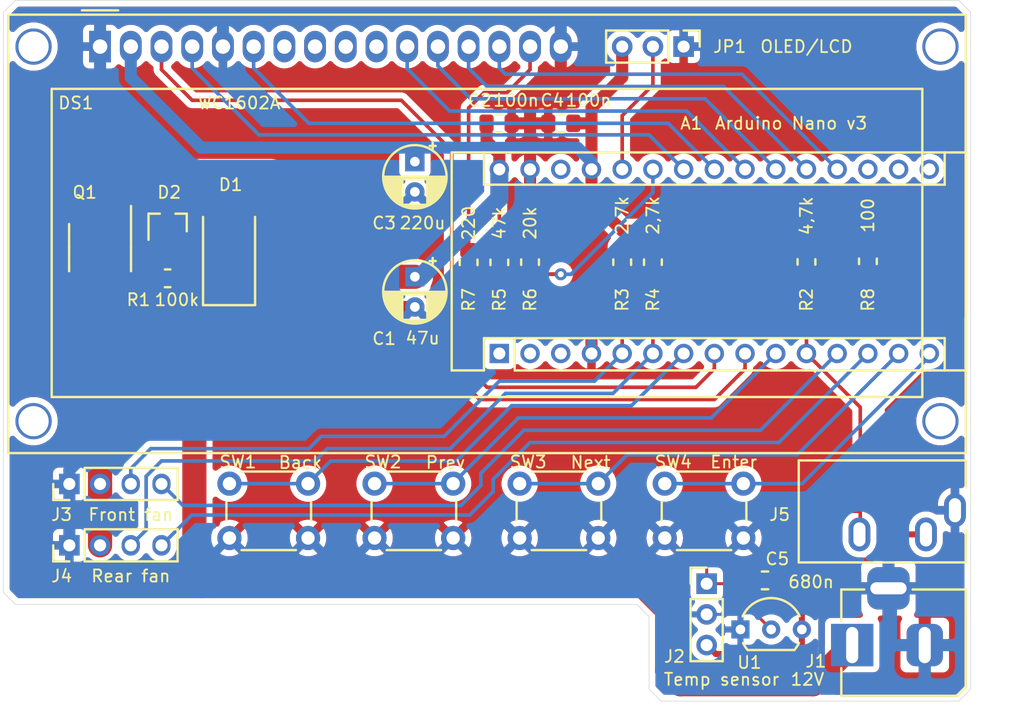
<source format=kicad_pcb>
(kicad_pcb (version 20171130) (host pcbnew "(5.1.10)-1")
  (layers (0 F.Cu signal) (31 B.Cu signal) (34 B.Paste user hide) (35 F.Paste user hide) (36 B.SilkS user hide) (37 F.SilkS user) (38 B.Mask user) (39 F.Mask user hide) (44 Edge.Cuts user))
  (net 0 "")
  (net 1 "Net-(A1-Pad1)")
  (net 2 "Net-(A1-Pad17)")
  (net 3 "Net-(A1-Pad2)")
  (net 4 "Net-(A1-Pad18)")
  (net 5 "Net-(A1-Pad3)")
  (net 6 "Net-(A1-Pad19)")
  (net 7 GND)
  (net 8 "Net-(A1-Pad20)")
  (net 9 "Net-(A1-Pad5)")
  (net 10 "Net-(A1-Pad21)")
  (net 11 "Net-(A1-Pad6)")
  (net 12 "Net-(A1-Pad22)")
  (net 13 "Net-(A1-Pad7)")
  (net 14 "Net-(A1-Pad23)")
  (net 15 "Net-(A1-Pad8)")
  (net 16 "Net-(A1-Pad24)")
  (net 17 "Net-(A1-Pad9)")
  (net 18 "Net-(A1-Pad25)")
  (net 19 "Net-(A1-Pad10)")
  (net 20 "Net-(A1-Pad26)")
  (net 21 "Net-(A1-Pad11)")
  (net 22 +5V)
  (net 23 "Net-(A1-Pad12)")
  (net 24 "Net-(A1-Pad28)")
  (net 25 "Net-(A1-Pad13)")
  (net 26 "Net-(A1-Pad14)")
  (net 27 +12V)
  (net 28 "Net-(A1-Pad15)")
  (net 29 "Net-(A1-Pad16)")
  (net 30 "Net-(DS1-Pad7)")
  (net 31 "Net-(DS1-Pad8)")
  (net 32 "Net-(DS1-Pad9)")
  (net 33 "Net-(DS1-Pad10)")
  (net 34 "Net-(DS1-Pad15)")
  (net 35 "Net-(D2-Pad2)")
  (net 36 +12P)
  (net 37 +5VL)
  (module Display:WC1602A (layer F.Cu) (at 101.6 36.83)
    (fp_text reference DS1 (at -2 4.67) (layer F.SilkS))
    (fp_text value WC1602A (at 11.5 4.67) (layer F.SilkS))
    (pad "" thru_hole circle (at 69.5 0) (size 3 3) (drill 2.5) (layers *.Cu *.Mask))
    (pad "" thru_hole circle (at 69.49948 31.0007) (size 3 3) (drill 2.5) (layers *.Cu *.Mask))
    (pad "" thru_hole circle (at -5.4991 31.0007) (size 3 3) (drill 2.5) (layers *.Cu *.Mask))
    (pad "" thru_hole circle (at -5.4991 0) (size 3 3) (drill 2.5) (layers *.Cu *.Mask))
    (pad 16 thru_hole oval (at 38.1 0) (size 1.8 2.6) (drill 1.2) (layers *.Cu *.Mask) (net 7 GND))
    (pad 15 thru_hole oval (at 35.56 0) (size 1.8 2.6) (drill 1.2) (layers *.Cu *.Mask) (net 34 "Net-(DS1-Pad15)"))
    (pad 14 thru_hole oval (at 33.02 0) (size 1.8 2.6) (drill 1.2) (layers *.Cu *.Mask) (net 6 "Net-(A1-Pad19)"))
    (pad 13 thru_hole oval (at 30.48 0) (size 1.8 2.6) (drill 1.2) (layers *.Cu *.Mask) (net 8 "Net-(A1-Pad20)"))
    (pad 12 thru_hole oval (at 27.94 0) (size 1.8 2.6) (drill 1.2) (layers *.Cu *.Mask) (net 10 "Net-(A1-Pad21)"))
    (pad 11 thru_hole oval (at 25.4 0) (size 1.8 2.6) (drill 1.2) (layers *.Cu *.Mask) (net 12 "Net-(A1-Pad22)"))
    (pad 10 thru_hole oval (at 22.86 0) (size 1.8 2.6) (drill 1.2) (layers *.Cu *.Mask) (net 33 "Net-(DS1-Pad10)"))
    (pad 9 thru_hole oval (at 20.32 0) (size 1.8 2.6) (drill 1.2) (layers *.Cu *.Mask) (net 32 "Net-(DS1-Pad9)"))
    (pad 8 thru_hole oval (at 17.78 0) (size 1.8 2.6) (drill 1.2) (layers *.Cu *.Mask) (net 31 "Net-(DS1-Pad8)"))
    (pad 7 thru_hole oval (at 15.24 0) (size 1.8 2.6) (drill 1.2) (layers *.Cu *.Mask) (net 30 "Net-(DS1-Pad7)"))
    (pad 6 thru_hole oval (at 12.7 0) (size 1.8 2.6) (drill 1.2) (layers *.Cu *.Mask) (net 14 "Net-(A1-Pad23)"))
    (pad 5 thru_hole oval (at 10.16 0) (size 1.8 2.6) (drill 1.2) (layers *.Cu *.Mask) (net 7 GND))
    (pad 4 thru_hole oval (at 7.62 0) (size 1.8 2.6) (drill 1.2) (layers *.Cu *.Mask) (net 16 "Net-(A1-Pad24)"))
    (pad 3 thru_hole oval (at 5.08 0) (size 1.8 2.6) (drill 1.2) (layers *.Cu *.Mask) (net 17 "Net-(A1-Pad9)"))
    (pad 2 thru_hole oval (at 2.54 0) (size 1.8 2.6) (drill 1.2) (layers *.Cu *.Mask) (net 22 +5V))
    (pad 1 thru_hole rect (at 0 0) (size 1.8 2.6) (drill 1.2) (layers *.Cu *.Mask) (net 7 GND))
  )
  (module Capacitor_SMD:C_0805_2012Metric_Pad1.18x1.45mm_HandSolder (layer F.Cu) (at 156.592 81.006 180)
    (fp_text reference C5 (at -1.016 1.778) (layer F.SilkS))
    (fp_text value 680n (at -3.81 -0.127) (layer F.SilkS))
    (pad 2 smd roundrect (at 1.0375 0 180) (size 1.175 1.45) (layers F.Cu F.Paste F.Mask) (roundrect_rratio 0.2127659574468085) (net 7 GND))
    (pad 1 smd roundrect (at -1.0375 0 180) (size 1.175 1.45) (layers F.Cu F.Paste F.Mask) (roundrect_rratio 0.2127659574468085) (net 37 +5VL))
  )
  (module Package_TO_SOT_THT:TO-92L_Inline_Wide (layer F.Cu) (at 154.56 85.07)
    (fp_text reference U1 (at 0.74 2.73 180) (layer F.SilkS))
    (fp_text value DS18B20)
    (pad 1 thru_hole rect (at 0 0) (size 1.5 1.5) (drill 0.8) (layers *.Cu *.Mask) (net 7 GND))
    (pad 3 thru_hole circle (at 5.08 0) (size 1.5 1.5) (drill 0.8) (layers *.Cu *.Mask) (net 37 +5VL))
    (pad 2 thru_hole circle (at 2.54 0) (size 1.5 1.5) (drill 0.8) (layers *.Cu *.Mask) (net 21 "Net-(A1-Pad11)"))
  )
  (module Connector_BarrelJack:BarrelJack_Horizontal (layer F.Cu) (at 163.8 86.36 180)
    (fp_text reference J1 (at 3 -1.34) (layer F.SilkS))
    (fp_text value 12V (at 3.7 -2.84) (layer F.SilkS))
    (pad 3 thru_hole roundrect (at -3 4.7 180) (size 3.5 3.5) (drill oval 3 1) (layers *.Cu *.Mask) (net 7 GND))
    (pad 2 thru_hole roundrect (at -6 0 180) (size 3 3.5) (drill oval 1 3) (layers *.Cu *.Mask) (net 7 GND))
    (pad 1 thru_hole rect (at 0 0 180) (size 3.5 3.5) (drill oval 1 3) (layers *.Cu *.Mask) (net 36 +12P))
  )
  (module Telescope_fans:Arduino_Nano_Chinese (layer F.Cu) (at 134.62 62.23 90)
    (fp_text reference A1 (at 19.05 15.875) (layer F.SilkS))
    (fp_text value "Arduino Nano v3" (at 19.05 24.13 180) (layer F.SilkS))
    (pad 16 thru_hole oval (at 15.24 35.56 90) (size 1.6 1.6) (drill 1) (layers *.Cu *.Mask) (net 29 "Net-(A1-Pad16)"))
    (pad 15 thru_hole oval (at 0 35.56 90) (size 1.6 1.6) (drill 1) (layers *.Cu *.Mask) (net 28 "Net-(A1-Pad15)"))
    (pad 30 thru_hole oval (at 15.24 0 90) (size 1.6 1.6) (drill 1) (layers *.Cu *.Mask) (net 27 +12V))
    (pad 14 thru_hole oval (at 0 33.02 90) (size 1.6 1.6) (drill 1) (layers *.Cu *.Mask) (net 26 "Net-(A1-Pad14)"))
    (pad 29 thru_hole oval (at 15.24 2.54 90) (size 1.6 1.6) (drill 1) (layers *.Cu *.Mask) (net 7 GND))
    (pad 13 thru_hole oval (at 0 30.48 90) (size 1.6 1.6) (drill 1) (layers *.Cu *.Mask) (net 25 "Net-(A1-Pad13)"))
    (pad 28 thru_hole oval (at 15.24 5.08 90) (size 1.6 1.6) (drill 1) (layers *.Cu *.Mask) (net 24 "Net-(A1-Pad28)"))
    (pad 12 thru_hole oval (at 0 27.94 90) (size 1.6 1.6) (drill 1) (layers *.Cu *.Mask) (net 23 "Net-(A1-Pad12)"))
    (pad 27 thru_hole oval (at 15.24 7.62 90) (size 1.6 1.6) (drill 1) (layers *.Cu *.Mask) (net 22 +5V))
    (pad 11 thru_hole oval (at 0 25.4 90) (size 1.6 1.6) (drill 1) (layers *.Cu *.Mask) (net 21 "Net-(A1-Pad11)"))
    (pad 26 thru_hole oval (at 15.24 10.16 90) (size 1.6 1.6) (drill 1) (layers *.Cu *.Mask) (net 20 "Net-(A1-Pad26)"))
    (pad 10 thru_hole oval (at 0 22.86 90) (size 1.6 1.6) (drill 1) (layers *.Cu *.Mask) (net 19 "Net-(A1-Pad10)"))
    (pad 25 thru_hole oval (at 15.24 12.7 90) (size 1.6 1.6) (drill 1) (layers *.Cu *.Mask) (net 18 "Net-(A1-Pad25)"))
    (pad 9 thru_hole oval (at 0 20.32 90) (size 1.6 1.6) (drill 1) (layers *.Cu *.Mask) (net 17 "Net-(A1-Pad9)"))
    (pad 24 thru_hole oval (at 15.24 15.24 90) (size 1.6 1.6) (drill 1) (layers *.Cu *.Mask) (net 16 "Net-(A1-Pad24)"))
    (pad 8 thru_hole oval (at 0 17.78 90) (size 1.6 1.6) (drill 1) (layers *.Cu *.Mask) (net 15 "Net-(A1-Pad8)"))
    (pad 23 thru_hole oval (at 15.24 17.78 90) (size 1.6 1.6) (drill 1) (layers *.Cu *.Mask) (net 14 "Net-(A1-Pad23)"))
    (pad 7 thru_hole oval (at 0 15.24 90) (size 1.6 1.6) (drill 1) (layers *.Cu *.Mask) (net 13 "Net-(A1-Pad7)"))
    (pad 22 thru_hole oval (at 15.24 20.32 90) (size 1.6 1.6) (drill 1) (layers *.Cu *.Mask) (net 12 "Net-(A1-Pad22)"))
    (pad 6 thru_hole oval (at 0 12.7 90) (size 1.6 1.6) (drill 1) (layers *.Cu *.Mask) (net 11 "Net-(A1-Pad6)"))
    (pad 21 thru_hole oval (at 15.24 22.86 90) (size 1.6 1.6) (drill 1) (layers *.Cu *.Mask) (net 10 "Net-(A1-Pad21)"))
    (pad 5 thru_hole oval (at 0 10.16 90) (size 1.6 1.6) (drill 1) (layers *.Cu *.Mask) (net 9 "Net-(A1-Pad5)"))
    (pad 20 thru_hole oval (at 15.24 25.4 90) (size 1.6 1.6) (drill 1) (layers *.Cu *.Mask) (net 8 "Net-(A1-Pad20)"))
    (pad 4 thru_hole oval (at 0 7.62 90) (size 1.6 1.6) (drill 1) (layers *.Cu *.Mask) (net 7 GND))
    (pad 19 thru_hole oval (at 15.24 27.94 90) (size 1.6 1.6) (drill 1) (layers *.Cu *.Mask) (net 6 "Net-(A1-Pad19)"))
    (pad 3 thru_hole oval (at 0 5.08 90) (size 1.6 1.6) (drill 1) (layers *.Cu *.Mask) (net 5 "Net-(A1-Pad3)"))
    (pad 18 thru_hole oval (at 15.24 30.48 90) (size 1.6 1.6) (drill 1) (layers *.Cu *.Mask) (net 4 "Net-(A1-Pad18)"))
    (pad 2 thru_hole oval (at 0 2.54 90) (size 1.6 1.6) (drill 1) (layers *.Cu *.Mask) (net 3 "Net-(A1-Pad2)"))
    (pad 17 thru_hole oval (at 15.24 33.02 90) (size 1.6 1.6) (drill 1) (layers *.Cu *.Mask) (net 2 "Net-(A1-Pad17)"))
    (pad 1 thru_hole rect (at 0 0 90) (size 1.6 1.6) (drill 1) (layers *.Cu *.Mask) (net 1 "Net-(A1-Pad1)"))
  )
  (module Connector_Audio:Jack_3.5mm_CUI_SJ1-3533NG_Horizontal (layer F.Cu) (at 172.3 75.2 270)
    (fp_text reference J5 (at 0.365 14.5 180) (layer F.SilkS))
    (fp_text value "Temp sensor")
    (pad R thru_hole oval (at 2 7.9 270) (size 2.8 1.8) (drill oval 2 1) (layers *.Cu *.Mask) (net 21 "Net-(A1-Pad11)"))
    (pad T thru_hole oval (at 2 2.4 270) (size 2.8 1.8) (drill oval 2 1) (layers *.Cu *.Mask) (net 37 +5VL))
    (pad S thru_hole oval (at 0 0 270) (size 2.8 1.8) (drill oval 2 1) (layers *.Cu *.Mask) (net 7 GND))
  )
  (module Resistor_SMD:R_0805_2012Metric_Pad1.20x1.40mm_HandSolder (layer F.Cu) (at 165.1 54.6 270)
    (fp_text reference R8 (at 3.185 0 90) (layer F.SilkS))
    (fp_text value 100 (at -3.8 0 90) (layer F.SilkS))
    (pad 2 smd roundrect (at 1 0 270) (size 1.2 1.4) (layers F.Cu F.Paste F.Mask) (roundrect_rratio 0.2083325) (net 37 +5VL))
    (pad 1 smd roundrect (at -1 0 270) (size 1.2 1.4) (layers F.Cu F.Paste F.Mask) (roundrect_rratio 0.2083325) (net 22 +5V))
  )
  (module Connector_PinHeader_2.54mm:PinHeader_1x04_P2.54mm_Vertical (layer F.Cu) (at 99.06 73.025 90)
    (fp_text reference J3 (at -2.54 -0.635 180) (layer F.SilkS))
    (fp_text value "Front fan" (at -2.54 5.08 180) (layer F.SilkS))
    (pad 4 thru_hole oval (at 0 7.62 90) (size 1.7 1.5) (drill 1) (layers *.Cu *.Mask) (net 23 "Net-(A1-Pad12)"))
    (pad 3 thru_hole oval (at 0 5.08 90) (size 1.7 1.5) (drill 1) (layers *.Cu *.Mask) (net 9 "Net-(A1-Pad5)"))
    (pad 2 thru_hole oval (at 0 2.54 90) (size 1.7 1.7) (drill 1) (layers *.Cu *.Mask) (net 27 +12V))
    (pad 1 thru_hole rect (at 0 0 90) (size 1.7 1.7) (drill 1) (layers *.Cu *.Mask) (net 7 GND))
  )
  (module Connector_PinHeader_2.54mm:PinHeader_1x04_P2.54mm_Vertical (layer F.Cu) (at 99.06 78.105 90)
    (fp_text reference J4 (at -2.54 -0.635 180) (layer F.SilkS))
    (fp_text value "Rear fan" (at -2.54 5.08 180) (layer F.SilkS))
    (pad 1 thru_hole rect (at 0 0 90) (size 1.7 1.7) (drill 1) (layers *.Cu *.Mask) (net 7 GND))
    (pad 2 thru_hole oval (at 0 2.54 90) (size 1.7 1.7) (drill 1) (layers *.Cu *.Mask) (net 27 +12V))
    (pad 3 thru_hole oval (at 0 5.08 90) (size 1.7 1.5) (drill 1) (layers *.Cu *.Mask) (net 11 "Net-(A1-Pad6)"))
    (pad 4 thru_hole oval (at 0 7.62 90) (size 1.7 1.5) (drill 1) (layers *.Cu *.Mask) (net 25 "Net-(A1-Pad13)"))
  )
  (module Connector_PinHeader_2.54mm:PinHeader_1x03_P2.54mm_Vertical (layer F.Cu) (at 151.765 81.28)
    (fp_text reference J2 (at -2.665 6.02) (layer F.SilkS))
    (fp_text value "Temp sensor" (at 1.235 7.92) (layer F.SilkS))
    (pad 3 thru_hole oval (at 0 5.08) (size 1.7 1.7) (drill 1) (layers *.Cu *.Mask) (net 37 +5VL))
    (pad 2 thru_hole oval (at 0 2.54) (size 1.7 1.7) (drill 1) (layers *.Cu *.Mask) (net 7 GND))
    (pad 1 thru_hole rect (at 0 0) (size 1.7 1.7) (drill 1) (layers *.Cu *.Mask) (net 21 "Net-(A1-Pad11)"))
  )
  (module Button_Switch_THT:SW_PUSH_6mm_H13mm (layer F.Cu) (at 154.8 77.5 180)
    (fp_text reference SW4 (at 5.8 6.29) (layer F.SilkS))
    (fp_text value Enter (at 0.8 6.29) (layer F.SilkS))
    (pad 1 thru_hole circle (at 6.5 0 270) (size 2 2) (drill 1.1) (layers *.Cu *.Mask) (net 7 GND))
    (pad 2 thru_hole circle (at 6.5 4.5 270) (size 2 2) (drill 1.1) (layers *.Cu *.Mask) (net 28 "Net-(A1-Pad15)"))
    (pad 1 thru_hole circle (at 0 0 270) (size 2 2) (drill 1.1) (layers *.Cu *.Mask) (net 7 GND))
    (pad 2 thru_hole circle (at 0 4.5 270) (size 2 2) (drill 1.1) (layers *.Cu *.Mask) (net 28 "Net-(A1-Pad15)"))
  )
  (module Button_Switch_THT:SW_PUSH_6mm_H13mm (layer F.Cu) (at 142.8 77.5 180)
    (fp_text reference SW3 (at 5.8 6.29) (layer F.SilkS))
    (fp_text value Next (at 0.635 6.25) (layer F.SilkS))
    (pad 2 thru_hole circle (at 0 4.5 270) (size 2 2) (drill 1.1) (layers *.Cu *.Mask) (net 26 "Net-(A1-Pad14)"))
    (pad 1 thru_hole circle (at 0 0 270) (size 2 2) (drill 1.1) (layers *.Cu *.Mask) (net 7 GND))
    (pad 2 thru_hole circle (at 6.5 4.5 270) (size 2 2) (drill 1.1) (layers *.Cu *.Mask) (net 26 "Net-(A1-Pad14)"))
    (pad 1 thru_hole circle (at 6.5 0 270) (size 2 2) (drill 1.1) (layers *.Cu *.Mask) (net 7 GND))
  )
  (module Button_Switch_THT:SW_PUSH_6mm_H13mm (layer F.Cu) (at 130.8 77.5 180)
    (fp_text reference SW2 (at 5.8 6.29) (layer F.SilkS))
    (fp_text value Prev (at 0.635 6.25) (layer F.SilkS))
    (pad 1 thru_hole circle (at 6.5 0 270) (size 2 2) (drill 1.1) (layers *.Cu *.Mask) (net 7 GND))
    (pad 2 thru_hole circle (at 6.5 4.5 270) (size 2 2) (drill 1.1) (layers *.Cu *.Mask) (net 19 "Net-(A1-Pad10)"))
    (pad 1 thru_hole circle (at 0 0 270) (size 2 2) (drill 1.1) (layers *.Cu *.Mask) (net 7 GND))
    (pad 2 thru_hole circle (at 0 4.5 270) (size 2 2) (drill 1.1) (layers *.Cu *.Mask) (net 19 "Net-(A1-Pad10)"))
  )
  (module Button_Switch_THT:SW_PUSH_6mm_H13mm (layer F.Cu) (at 118.8 77.5 180)
    (fp_text reference SW1 (at 5.8 6.29) (layer F.SilkS))
    (fp_text value Back (at 0.635 6.25) (layer F.SilkS))
    (pad 2 thru_hole circle (at 0 4.5 270) (size 2 2) (drill 1.1) (layers *.Cu *.Mask) (net 13 "Net-(A1-Pad7)"))
    (pad 1 thru_hole circle (at 0 0 270) (size 2 2) (drill 1.1) (layers *.Cu *.Mask) (net 7 GND))
    (pad 2 thru_hole circle (at 6.5 4.5 270) (size 2 2) (drill 1.1) (layers *.Cu *.Mask) (net 13 "Net-(A1-Pad7)"))
    (pad 1 thru_hole circle (at 6.5 0 270) (size 2 2) (drill 1.1) (layers *.Cu *.Mask) (net 7 GND))
  )
  (module Diode_SMD:D_SMB_Handsoldering (layer F.Cu) (at 112.268 53.627 90)
    (fp_text reference D1 (at 5.367 0.127 180) (layer F.SilkS))
    (fp_text value SM6T12CA)
    (pad 2 smd rect (at 2.7 0 90) (size 3.5 2.3) (layers F.Cu F.Paste F.Mask) (net 7 GND))
    (pad 1 smd rect (at -2.7 0 90) (size 3.5 2.3) (layers F.Cu F.Paste F.Mask) (net 36 +12P))
  )
  (module Capacitor_SMD:C_0805_2012Metric_Pad1.18x1.45mm_HandSolder (layer F.Cu) (at 139.7 43.18 180)
    (fp_text reference C4 (at 0.7 1.905) (layer F.SilkS))
    (fp_text value 100n (at -2.3 1.905) (layer F.SilkS))
    (pad 2 smd roundrect (at 1.0375 0 180) (size 1.175 1.45) (layers F.Cu F.Paste F.Mask) (roundrect_rratio 0.2127659574468085) (net 7 GND))
    (pad 1 smd roundrect (at -1.0375 0 180) (size 1.175 1.45) (layers F.Cu F.Paste F.Mask) (roundrect_rratio 0.2127659574468085) (net 22 +5V))
  )
  (module Capacitor_SMD:C_0805_2012Metric_Pad1.18x1.45mm_HandSolder (layer F.Cu) (at 134.5985 43.18)
    (fp_text reference C2 (at -1.5985 -1.905) (layer F.SilkS))
    (fp_text value 100n (at 1.4015 -1.905) (layer F.SilkS))
    (pad 2 smd roundrect (at 1.0375 0) (size 1.175 1.45) (layers F.Cu F.Paste F.Mask) (roundrect_rratio 0.2127659574468085) (net 7 GND))
    (pad 1 smd roundrect (at -1.0375 0) (size 1.175 1.45) (layers F.Cu F.Paste F.Mask) (roundrect_rratio 0.2127659574468085) (net 27 +12V))
  )
  (module Diode_SMD:D_SOT-23_ANK (layer F.Cu) (at 107.188 51.419 90)
    (fp_text reference D2 (at 2.524 0.127 180) (layer F.SilkS))
    (fp_text value BZX84C10)
    (pad 2 smd rect (at -1 -0.95 90) (size 0.9 0.8) (layers F.Cu F.Paste F.Mask) (net 35 "Net-(D2-Pad2)"))
    (pad "" smd rect (at -1 0.95 90) (size 0.9 0.8) (layers F.Cu F.Paste F.Mask))
    (pad 1 smd rect (at 1 0 90) (size 0.9 0.8) (layers F.Cu F.Paste F.Mask) (net 27 +12V))
  )
  (module Resistor_SMD:R_0805_2012Metric_Pad1.20x1.40mm_HandSolder (layer F.Cu) (at 107.188 56.007)
    (fp_text reference R1 (at -2.413 1.778 180) (layer F.SilkS))
    (fp_text value 100k (at 0.762 1.778 180) (layer F.SilkS))
    (pad 1 smd roundrect (at -1 0) (size 1.2 1.4) (layers F.Cu F.Paste F.Mask) (roundrect_rratio 0.2083325) (net 35 "Net-(D2-Pad2)"))
    (pad 2 smd roundrect (at 1 0) (size 1.2 1.4) (layers F.Cu F.Paste F.Mask) (roundrect_rratio 0.2083325) (net 7 GND))
  )
  (module Package_SO:SOIC-8_3.9x4.9mm_P1.27mm (layer F.Cu) (at 101.6 53.467 270)
    (fp_text reference Q1 (at -4.572 1.27) (layer F.SilkS))
    (fp_text value FDS9435A)
    (pad 1 smd roundrect (at -2.475 -1.905 270) (size 1.95 0.6) (layers F.Cu F.Paste F.Mask) (net 27 +12V))
    (pad 2 smd roundrect (at -2.475 -0.635 270) (size 1.95 0.6) (layers F.Cu F.Paste F.Mask) (net 27 +12V))
    (pad 3 smd roundrect (at -2.475 0.635 270) (size 1.95 0.6) (layers F.Cu F.Paste F.Mask) (net 27 +12V))
    (pad 4 smd roundrect (at -2.475 1.905 270) (size 1.95 0.6) (layers F.Cu F.Paste F.Mask) (net 35 "Net-(D2-Pad2)"))
    (pad 5 smd roundrect (at 2.475 1.905 270) (size 1.95 0.6) (layers F.Cu F.Paste F.Mask) (net 36 +12P))
    (pad 6 smd roundrect (at 2.475 0.635 270) (size 1.95 0.6) (layers F.Cu F.Paste F.Mask) (net 36 +12P))
    (pad 7 smd roundrect (at 2.475 -0.635 270) (size 1.95 0.6) (layers F.Cu F.Paste F.Mask) (net 36 +12P))
    (pad 8 smd roundrect (at 2.475 -1.905 270) (size 1.95 0.6) (layers F.Cu F.Paste F.Mask) (net 36 +12P))
  )
  (module Capacitor_THT:CP_Radial_D5.0mm_P2.50mm (layer F.Cu) (at 127.635 46.355 270)
    (fp_text reference C3 (at 5.08 2.54 180) (layer F.SilkS))
    (fp_text value 220u (at 5.08 -0.635 180) (layer F.SilkS))
    (pad 1 thru_hole rect (at 0 0 270) (size 1.6 1.6) (drill 0.8) (layers *.Cu *.Mask) (net 22 +5V))
    (pad 2 thru_hole circle (at 2.5 0 270) (size 1.6 1.6) (drill 0.8) (layers *.Cu *.Mask) (net 7 GND))
  )
  (module Resistor_SMD:R_0805_2012Metric_Pad1.20x1.40mm_HandSolder (layer F.Cu) (at 132.08 54.688 90)
    (fp_text reference R7 (at -3.097 0 90) (layer F.SilkS))
    (fp_text value 220 (at 3.253 0 90) (layer F.SilkS))
    (pad 2 smd roundrect (at 1 0 90) (size 1.2 1.4) (layers F.Cu F.Paste F.Mask) (roundrect_rratio 0.2083325) (net 34 "Net-(DS1-Pad15)"))
    (pad 1 smd roundrect (at -1 0 90) (size 1.2 1.4) (layers F.Cu F.Paste F.Mask) (roundrect_rratio 0.2083325) (net 15 "Net-(A1-Pad8)"))
  )
  (module Resistor_SMD:R_0805_2012Metric_Pad1.20x1.40mm_HandSolder (layer F.Cu) (at 137.16 54.672 90)
    (fp_text reference R6 (at -3.113 0 90) (layer F.SilkS))
    (fp_text value 20k (at 3.237 0 90) (layer F.SilkS))
    (pad 2 smd roundrect (at 1 0 90) (size 1.2 1.4) (layers F.Cu F.Paste F.Mask) (roundrect_rratio 0.2083325) (net 7 GND))
    (pad 1 smd roundrect (at -1 0 90) (size 1.2 1.4) (layers F.Cu F.Paste F.Mask) (roundrect_rratio 0.2083325) (net 18 "Net-(A1-Pad25)"))
  )
  (module Resistor_SMD:R_0805_2012Metric_Pad1.20x1.40mm_HandSolder (layer F.Cu) (at 134.62 54.688 270)
    (fp_text reference R5 (at 3.097 0 90) (layer F.SilkS))
    (fp_text value 47k (at -3.253 0 90) (layer F.SilkS))
    (pad 2 smd roundrect (at 1 0 270) (size 1.2 1.4) (layers F.Cu F.Paste F.Mask) (roundrect_rratio 0.2083325) (net 18 "Net-(A1-Pad25)"))
    (pad 1 smd roundrect (at -1 0 270) (size 1.2 1.4) (layers F.Cu F.Paste F.Mask) (roundrect_rratio 0.2083325) (net 27 +12V))
  )
  (module Connector_PinHeader_2.54mm:PinHeader_1x03_P2.54mm_Vertical (layer F.Cu) (at 149.86 36.83 270)
    (fp_text reference JP1 (at 0 -3.81 180) (layer F.SilkS))
    (fp_text value OLED/LCD (at 0 -10.16 180) (layer F.SilkS))
    (pad 3 thru_hole oval (at 0 5.08 270) (size 1.7 1.7) (drill 1) (layers *.Cu *.Mask) (net 22 +5V))
    (pad 2 thru_hole oval (at 0 2.54 270) (size 1.7 1.7) (drill 1) (layers *.Cu *.Mask) (net 20 "Net-(A1-Pad26)"))
    (pad 1 thru_hole rect (at 0 0 270) (size 1.7 1.7) (drill 1) (layers *.Cu *.Mask) (net 7 GND))
  )
  (module Capacitor_THT:CP_Radial_D5.0mm_P2.50mm (layer F.Cu) (at 127.635 55.88 270)
    (fp_text reference C1 (at 5.12 2.54 180) (layer F.SilkS))
    (fp_text value 47u (at 5.08 -0.635 180) (layer F.SilkS))
    (pad 2 thru_hole circle (at 2.5 0 270) (size 1.6 1.6) (drill 0.8) (layers *.Cu *.Mask) (net 7 GND))
    (pad 1 thru_hole rect (at 0 0 270) (size 1.6 1.6) (drill 0.8) (layers *.Cu *.Mask) (net 27 +12V))
  )
  (module Resistor_SMD:R_0805_2012Metric_Pad1.20x1.40mm_HandSolder (layer F.Cu) (at 160.02 54.65 270)
    (fp_text reference R2 (at 3.135 0 270) (layer F.SilkS))
    (fp_text value 4,7k (at -3.81 0 270) (layer F.SilkS))
    (pad 1 smd roundrect (at -1 0 270) (size 1.2 1.4) (layers F.Cu F.Paste F.Mask) (roundrect_rratio 0.2083325) (net 22 +5V))
    (pad 2 smd roundrect (at 1 0 270) (size 1.2 1.4) (layers F.Cu F.Paste F.Mask) (roundrect_rratio 0.2083325) (net 21 "Net-(A1-Pad11)"))
  )
  (module Resistor_SMD:R_0805_2012Metric_Pad1.20x1.40mm_HandSolder (layer F.Cu) (at 144.78 54.672 270)
    (fp_text reference R3 (at 3.113 0 90) (layer F.SilkS))
    (fp_text value 2,7k (at -3.872 0 90) (layer F.SilkS))
    (pad 2 smd roundrect (at 1 0 270) (size 1.2 1.4) (layers F.Cu F.Paste F.Mask) (roundrect_rratio 0.2083325) (net 9 "Net-(A1-Pad5)"))
    (pad 1 smd roundrect (at -1 0 270) (size 1.2 1.4) (layers F.Cu F.Paste F.Mask) (roundrect_rratio 0.2083325) (net 22 +5V))
  )
  (module Resistor_SMD:R_0805_2012Metric_Pad1.20x1.40mm_HandSolder (layer F.Cu) (at 147.32 54.672 270)
    (fp_text reference R4 (at 3.113 0 90) (layer F.SilkS))
    (fp_text value 2,7k (at -3.872 0 90) (layer F.SilkS))
    (pad 1 smd roundrect (at -1 0 270) (size 1.2 1.4) (layers F.Cu F.Paste F.Mask) (roundrect_rratio 0.2083325) (net 22 +5V))
    (pad 2 smd roundrect (at 1 0 270) (size 1.2 1.4) (layers F.Cu F.Paste F.Mask) (roundrect_rratio 0.2083325) (net 11 "Net-(A1-Pad6)"))
  )
  (gr_line (start 93.6 34) (end 94.6 33) (layer Edge.Cuts) (width 0.05))
  (gr_line (start 172.6 33) (end 94.6 33) (layer Edge.Cuts) (width 0.05))
  (gr_line (start 173.6 34) (end 172.6 33) (layer Edge.Cuts) (width 0.05))
  (gr_line (start 173.6 90) (end 173.6 34) (layer Edge.Cuts) (width 0.05))
  (gr_line (start 172.6 91) (end 173.6 90) (layer Edge.Cuts) (width 0.05))
  (gr_line (start 148 91) (end 172.6 91) (layer Edge.Cuts) (width 0.05))
  (gr_line (start 147 90) (end 148 91) (layer Edge.Cuts) (width 0.05))
  (gr_line (start 147 84) (end 147 90) (layer Edge.Cuts) (width 0.05))
  (gr_line (start 146 83) (end 147 84) (layer Edge.Cuts) (width 0.05))
  (gr_line (start 94.6 83) (end 146 83) (layer Edge.Cuts) (width 0.05))
  (gr_line (start 93.6 82) (end 94.6 83) (layer Edge.Cuts) (width 0.05))
  (gr_line (start 93.6 34) (end 93.6 82) (layer Edge.Cuts) (width 0.05))
  (segment (start 154.686 39.116) (end 162.56 46.99) (width 0.3) (layer B.Cu) (net 6))
  (segment (start 135.128 39.116) (end 154.686 39.116) (width 0.3) (layer B.Cu) (net 6))
  (segment (start 134.62 38.608) (end 135.128 39.116) (width 0.3) (layer B.Cu) (net 6))
  (segment (start 134.62 36.83) (end 134.62 38.608) (width 0.3) (layer B.Cu) (net 6))
  (segment (start 137.16 50.4825) (end 138.58875 51.91125) (width 1) (layer F.Cu) (net 7))
  (segment (start 139.7 39.37) (end 137.16 41.91) (width 1) (layer F.Cu) (net 7))
  (segment (start 139.7 36.83) (end 139.7 39.37) (width 1) (layer F.Cu) (net 7))
  (segment (start 135.636 43.18) (end 137.16 43.18) (width 1) (layer F.Cu) (net 7))
  (segment (start 137.16 43.18) (end 137.16 41.91) (width 1) (layer F.Cu) (net 7))
  (segment (start 137.16 46.99) (end 137.16 43.18) (width 1) (layer F.Cu) (net 7))
  (segment (start 138.6625 43.18) (end 137.16 43.18) (width 1) (layer F.Cu) (net 7))
  (segment (start 137 80.485) (end 137.01 80.495) (width 0.3) (layer B.Cu) (net 7))
  (segment (start 138.58875 52.24325) (end 137.16 53.672) (width 0.3) (layer F.Cu) (net 7))
  (segment (start 138.58875 51.91125) (end 138.58875 52.24325) (width 0.3) (layer F.Cu) (net 7))
  (segment (start 99.06 78.105) (end 99.06 73.025) (width 1) (layer B.Cu) (net 7))
  (segment (start 137.16 50.4825) (end 137.16 46.99) (width 1) (layer F.Cu) (net 7))
  (segment (start 101.6 36.83) (end 101.5 36.73) (width 1) (layer F.Cu) (net 7))
  (segment (start 139.7 36.83) (end 139.7 34.7) (width 1) (layer B.Cu) (net 7))
  (segment (start 139.7 34.7) (end 139.5 34.5) (width 1) (layer B.Cu) (net 7))
  (segment (start 166.5 34.5) (end 139.5 34.5) (width 1) (layer B.Cu) (net 7))
  (segment (start 101.6 36.83) (end 101.6 34.6) (width 1) (layer B.Cu) (net 7))
  (segment (start 101.6 34.6) (end 101.7 34.5) (width 1) (layer B.Cu) (net 7))
  (segment (start 111.76 36.83) (end 111.76 34.76) (width 1) (layer B.Cu) (net 7))
  (segment (start 111.76 34.76) (end 111.5 34.5) (width 1) (layer B.Cu) (net 7))
  (segment (start 111.5 34.5) (end 101.7 34.5) (width 1) (layer B.Cu) (net 7))
  (segment (start 139.5 34.5) (end 111.5 34.5) (width 1) (layer B.Cu) (net 7))
  (segment (start 101.5 34.5) (end 166.5 34.5) (width 1) (layer F.Cu) (net 7))
  (segment (start 108.188 56.007) (end 108.188 55.007) (width 0.3) (layer F.Cu) (net 7))
  (segment (start 108.188 55.007) (end 112.268 50.927) (width 0.3) (layer F.Cu) (net 7))
  (segment (start 167.815 80.645) (end 166.8 81.66) (width 1) (layer B.Cu) (net 7))
  (segment (start 166.8 81.66) (end 165.785 80.645) (width 1) (layer B.Cu) (net 7))
  (segment (start 101.6 36.83) (end 101.6 62.23) (width 1) (layer B.Cu) (net 7))
  (segment (start 101.6 62.23) (end 101.6 65.405) (width 1) (layer B.Cu) (net 7))
  (segment (start 113.919 50.927) (end 112.268 50.927) (width 1) (layer F.Cu) (net 7))
  (segment (start 121.372 58.38) (end 113.919 50.927) (width 1) (layer F.Cu) (net 7))
  (segment (start 127.635 58.38) (end 121.372 58.38) (width 1) (layer F.Cu) (net 7))
  (segment (start 101.6 69.342) (end 101.6 62.23) (width 1) (layer B.Cu) (net 7))
  (segment (start 99.06 71.882) (end 101.6 69.342) (width 1) (layer B.Cu) (net 7))
  (segment (start 99.06 73.025) (end 99.06 71.882) (width 1) (layer B.Cu) (net 7))
  (segment (start 169.8 86.36) (end 167.132 86.36) (width 1) (layer B.Cu) (net 7))
  (segment (start 167.005 86.233) (end 167.005 81.66) (width 1) (layer B.Cu) (net 7))
  (segment (start 167.132 86.36) (end 167.005 86.233) (width 1) (layer B.Cu) (net 7))
  (segment (start 139.21125 51.91125) (end 142.24 54.94) (width 1) (layer F.Cu) (net 7))
  (segment (start 142.24 54.94) (end 142.24 62.23) (width 1) (layer F.Cu) (net 7))
  (segment (start 138.58875 51.91125) (end 139.21125 51.91125) (width 1) (layer F.Cu) (net 7))
  (segment (start 151.765 83.82) (end 154.52 83.82) (width 0.25) (layer B.Cu) (net 7))
  (segment (start 154.56 83.86) (end 154.56 85.07) (width 0.25) (layer B.Cu) (net 7))
  (segment (start 154.52 83.82) (end 154.56 83.86) (width 0.25) (layer B.Cu) (net 7))
  (segment (start 153.162 40.132) (end 160.02 46.99) (width 0.3) (layer B.Cu) (net 8))
  (segment (start 133.604 40.132) (end 153.162 40.132) (width 0.3) (layer B.Cu) (net 8))
  (segment (start 132.08 38.608) (end 133.604 40.132) (width 0.3) (layer B.Cu) (net 8))
  (segment (start 132.08 36.83) (end 132.08 38.608) (width 0.3) (layer B.Cu) (net 8))
  (segment (start 144.78 62.23) (end 144.78 55.672) (width 0.3) (layer F.Cu) (net 9))
  (segment (start 118.872 70.104) (end 105.791 70.104) (width 0.3) (layer B.Cu) (net 9))
  (segment (start 119.888 69.088) (end 118.872 70.104) (width 0.3) (layer B.Cu) (net 9))
  (segment (start 130.048 69.088) (end 119.888 69.088) (width 0.3) (layer B.Cu) (net 9))
  (segment (start 134.62 64.516) (end 130.048 69.088) (width 0.3) (layer B.Cu) (net 9))
  (segment (start 142.494 64.516) (end 134.62 64.516) (width 0.3) (layer B.Cu) (net 9))
  (segment (start 144.78 62.23) (end 142.494 64.516) (width 0.3) (layer B.Cu) (net 9))
  (segment (start 104.14 71.755) (end 105.791 70.104) (width 0.3) (layer B.Cu) (net 9))
  (segment (start 104.14 73.025) (end 104.14 71.755) (width 0.3) (layer B.Cu) (net 9))
  (segment (start 151.638 41.148) (end 157.48 46.99) (width 0.3) (layer B.Cu) (net 10))
  (segment (start 132.258 41.148) (end 151.638 41.148) (width 0.3) (layer B.Cu) (net 10))
  (segment (start 129.54 38.43) (end 132.258 41.148) (width 0.3) (layer B.Cu) (net 10))
  (segment (start 129.54 36.83) (end 129.54 38.43) (width 0.3) (layer B.Cu) (net 10))
  (segment (start 147.32 55.672) (end 147.32 62.23) (width 0.3) (layer F.Cu) (net 11))
  (segment (start 119.38 71.12) (end 120.396 70.104) (width 0.3) (layer B.Cu) (net 11))
  (segment (start 105.41 72.39) (end 105.41 76.835) (width 0.3) (layer B.Cu) (net 11))
  (segment (start 105.41 76.835) (end 104.14 78.105) (width 0.3) (layer B.Cu) (net 11))
  (segment (start 106.68 71.12) (end 119.38 71.12) (width 0.3) (layer B.Cu) (net 11))
  (segment (start 130.556 70.104) (end 135.128 65.532) (width 0.3) (layer B.Cu) (net 11))
  (segment (start 120.396 70.104) (end 130.556 70.104) (width 0.3) (layer B.Cu) (net 11))
  (segment (start 105.41 72.39) (end 106.68 71.12) (width 0.3) (layer B.Cu) (net 11))
  (segment (start 135.128 65.532) (end 144.018 65.532) (width 0.3) (layer B.Cu) (net 11))
  (segment (start 144.018 65.532) (end 147.32 62.23) (width 0.3) (layer B.Cu) (net 11))
  (segment (start 127 38.64925) (end 127 36.83) (width 0.3) (layer B.Cu) (net 12))
  (segment (start 130.51475 42.164) (end 127 38.64925) (width 0.3) (layer B.Cu) (net 12))
  (segment (start 150.114 42.164) (end 130.51475 42.164) (width 0.3) (layer B.Cu) (net 12))
  (segment (start 154.94 46.99) (end 150.114 42.164) (width 0.3) (layer B.Cu) (net 12))
  (segment (start 118.8 73) (end 112.3 73) (width 0.3) (layer B.Cu) (net 13))
  (segment (start 145.542 66.548) (end 149.86 62.23) (width 0.3) (layer B.Cu) (net 13))
  (segment (start 131.064 71.12) (end 135.636 66.548) (width 0.3) (layer B.Cu) (net 13))
  (segment (start 135.636 66.548) (end 145.542 66.548) (width 0.3) (layer B.Cu) (net 13))
  (segment (start 120.68 71.12) (end 131.064 71.12) (width 0.3) (layer B.Cu) (net 13))
  (segment (start 118.8 73) (end 120.68 71.12) (width 0.3) (layer B.Cu) (net 13))
  (segment (start 118.872 43.18) (end 114.3 38.608) (width 0.3) (layer B.Cu) (net 14))
  (segment (start 114.3 38.608) (end 114.3 36.83) (width 0.3) (layer B.Cu) (net 14))
  (segment (start 148.59 43.18) (end 118.872 43.18) (width 0.3) (layer B.Cu) (net 14))
  (segment (start 152.4 46.99) (end 148.59 43.18) (width 0.3) (layer B.Cu) (net 14))
  (segment (start 152.4 63.5) (end 152.4 62.23) (width 0.3) (layer F.Cu) (net 15))
  (segment (start 150.876 65.024) (end 152.4 63.5) (width 0.3) (layer F.Cu) (net 15))
  (segment (start 133.604 65.024) (end 150.876 65.024) (width 0.3) (layer F.Cu) (net 15))
  (segment (start 132.08 63.5) (end 133.604 65.024) (width 0.3) (layer F.Cu) (net 15))
  (segment (start 132.08 55.688) (end 132.08 63.5) (width 0.3) (layer F.Cu) (net 15))
  (segment (start 109.22 38.608) (end 109.22 36.83) (width 0.3) (layer B.Cu) (net 16))
  (segment (start 114.746989 44.134989) (end 109.22 38.608) (width 0.3) (layer B.Cu) (net 16))
  (segment (start 147.004989 44.134989) (end 114.746989 44.134989) (width 0.3) (layer B.Cu) (net 16))
  (segment (start 149.86 46.99) (end 147.004989 44.134989) (width 0.3) (layer B.Cu) (net 16))
  (segment (start 154.94 62.23) (end 154.94 63.5) (width 0.3) (layer F.Cu) (net 17))
  (segment (start 109.22 41.275) (end 106.68 38.735) (width 0.3) (layer F.Cu) (net 17))
  (segment (start 154.94 63.5) (end 152.4 66.04) (width 0.3) (layer F.Cu) (net 17))
  (segment (start 152.4 66.04) (end 132.99 66.04) (width 0.3) (layer F.Cu) (net 17))
  (segment (start 132.99 66.04) (end 130.684 63.734) (width 0.3) (layer F.Cu) (net 17))
  (segment (start 130.684 63.734) (end 130.684 45.446) (width 0.3) (layer F.Cu) (net 17))
  (segment (start 130.684 45.446) (end 126.513 41.275) (width 0.3) (layer F.Cu) (net 17))
  (segment (start 126.513 41.275) (end 109.22 41.275) (width 0.3) (layer F.Cu) (net 17))
  (segment (start 106.68 38.735) (end 106.68 36.83) (width 0.3) (layer F.Cu) (net 17))
  (segment (start 137.144 55.688) (end 137.16 55.672) (width 0.3) (layer F.Cu) (net 18))
  (segment (start 134.62 55.688) (end 137.144 55.688) (width 0.3) (layer F.Cu) (net 18))
  (segment (start 137.16 55.672) (end 139.7 55.672) (width 0.3) (layer F.Cu) (net 18))
  (segment (start 139.678 55.65) (end 139.7 55.672) (width 0.3) (layer F.Cu) (net 18))
  (via (at 139.7 55.672) (size 1) (drill 0.5) (layers F.Cu B.Cu) (net 18))
  (segment (start 138.834984 55.65) (end 139.678 55.65) (width 0.3) (layer F.Cu) (net 18))
  (segment (start 140.543 55.672) (end 139.7 55.672) (width 0.3) (layer B.Cu) (net 18))
  (segment (start 147.32 48.895) (end 140.543 55.672) (width 0.3) (layer B.Cu) (net 18))
  (segment (start 147.32 46.99) (end 147.32 48.895) (width 0.3) (layer B.Cu) (net 18))
  (segment (start 130.8 73) (end 124.3 73) (width 0.3) (layer B.Cu) (net 19))
  (segment (start 130.8 72.954) (end 130.8 73) (width 0.3) (layer B.Cu) (net 19))
  (segment (start 136.19 67.564) (end 130.8 72.954) (width 0.3) (layer B.Cu) (net 19))
  (segment (start 152.146 67.564) (end 136.19 67.564) (width 0.3) (layer B.Cu) (net 19))
  (segment (start 157.48 62.23) (end 152.146 67.564) (width 0.3) (layer B.Cu) (net 19))
  (segment (start 147.32 40.005) (end 147.32 36.83) (width 0.3) (layer F.Cu) (net 20))
  (segment (start 144.78 42.545) (end 147.32 40.005) (width 0.3) (layer F.Cu) (net 20))
  (segment (start 144.78 46.99) (end 144.78 42.545) (width 0.3) (layer F.Cu) (net 20))
  (segment (start 160.02 62.23) (end 160.02 55.65) (width 0.3) (layer F.Cu) (net 21))
  (segment (start 153.545 75.29) (end 160.02 75.29) (width 0.25) (layer F.Cu) (net 21))
  (segment (start 151.765 77.07) (end 153.545 75.29) (width 0.25) (layer F.Cu) (net 21))
  (segment (start 151.765 81.28) (end 151.765 77.07) (width 0.25) (layer F.Cu) (net 21))
  (segment (start 160.02 75.29) (end 164.466 75.29) (width 0.3) (layer F.Cu) (net 21))
  (segment (start 164.4 75.23) (end 164.466 75.164) (width 0.25) (layer F.Cu) (net 21))
  (segment (start 164.466 66.676) (end 160.02 62.23) (width 0.3) (layer F.Cu) (net 21))
  (segment (start 164.466 77.134) (end 164.466 66.676) (width 0.3) (layer F.Cu) (net 21))
  (segment (start 164.4 77.2) (end 164.466 77.134) (width 0.3) (layer F.Cu) (net 21))
  (segment (start 153.31 81.28) (end 151.765 81.28) (width 0.25) (layer F.Cu) (net 21))
  (segment (start 157.1 85.07) (end 153.31 81.28) (width 0.25) (layer F.Cu) (net 21))
  (segment (start 142.24 45.212) (end 142.24 43.18) (width 1) (layer F.Cu) (net 22))
  (segment (start 142.24 48.26) (end 142.24 45.212) (width 1) (layer F.Cu) (net 22))
  (segment (start 142.24 49.53) (end 142.24 48.26) (width 1) (layer F.Cu) (net 22))
  (segment (start 144.78 52.07) (end 142.24 49.53) (width 1) (layer F.Cu) (net 22))
  (segment (start 144.78 52.07) (end 147.955 52.07) (width 1) (layer F.Cu) (net 22))
  (segment (start 147.32 52.07) (end 147.955 52.07) (width 1) (layer F.Cu) (net 22))
  (segment (start 147.955 52.07) (end 160.02 52.07) (width 1) (layer F.Cu) (net 22))
  (segment (start 140.7375 43.18) (end 142.24 43.18) (width 1) (layer F.Cu) (net 22))
  (segment (start 144.78 39.37) (end 144.78 36.83) (width 1) (layer F.Cu) (net 22))
  (segment (start 142.24 41.91) (end 144.78 39.37) (width 1) (layer F.Cu) (net 22))
  (segment (start 142.24 43.18) (end 142.24 41.91) (width 1) (layer F.Cu) (net 22))
  (segment (start 144.78 53.672) (end 144.78 52.07) (width 0.3) (layer F.Cu) (net 22))
  (segment (start 147.32 53.672) (end 147.32 52.07) (width 0.3) (layer F.Cu) (net 22))
  (segment (start 160.02 53.65) (end 160.02 52.07) (width 0.3) (layer F.Cu) (net 22))
  (segment (start 164.465 52.07) (end 160.02 52.07) (width 1) (layer F.Cu) (net 22))
  (segment (start 165.1 52.705) (end 164.465 52.07) (width 1) (layer F.Cu) (net 22))
  (segment (start 165.1 53.6) (end 165.1 52.705) (width 1) (layer F.Cu) (net 22))
  (segment (start 141.097 45.212) (end 142.24 46.355) (width 1) (layer B.Cu) (net 22))
  (segment (start 131.0005 45.212) (end 141.097 45.212) (width 1) (layer B.Cu) (net 22))
  (segment (start 130.9805 45.192) (end 131.0005 45.212) (width 1) (layer B.Cu) (net 22))
  (segment (start 104.14 39.37) (end 109.962 45.192) (width 1) (layer B.Cu) (net 22))
  (segment (start 142.24 46.355) (end 142.24 46.99) (width 1) (layer B.Cu) (net 22))
  (segment (start 104.14 36.83) (end 104.14 39.37) (width 1) (layer B.Cu) (net 22))
  (segment (start 127.635 45.193) (end 127.636 45.192) (width 0.25) (layer B.Cu) (net 22))
  (segment (start 127.635 46.355) (end 127.635 45.193) (width 1) (layer B.Cu) (net 22))
  (segment (start 127.636 45.192) (end 130.9805 45.192) (width 1) (layer B.Cu) (net 22))
  (segment (start 109.962 45.192) (end 127.636 45.192) (width 1) (layer B.Cu) (net 22))
  (segment (start 162.56 62.23) (end 162.56 61.595) (width 0.3) (layer B.Cu) (net 23))
  (segment (start 136.652 68.58) (end 156.21 68.58) (width 0.3) (layer B.Cu) (net 23))
  (segment (start 156.21 68.58) (end 162.56 62.23) (width 0.3) (layer B.Cu) (net 23))
  (segment (start 133.096 72.136) (end 136.652 68.58) (width 0.3) (layer B.Cu) (net 23))
  (segment (start 133.096 73.152) (end 133.096 72.136) (width 0.3) (layer B.Cu) (net 23))
  (segment (start 131.448 74.8) (end 133.096 73.152) (width 0.3) (layer B.Cu) (net 23))
  (segment (start 108.455 74.8) (end 131.448 74.8) (width 0.3) (layer B.Cu) (net 23))
  (segment (start 106.68 73.025) (end 108.455 74.8) (width 0.3) (layer B.Cu) (net 23))
  (segment (start 157.734 69.596) (end 165.1 62.23) (width 0.3) (layer B.Cu) (net 25))
  (segment (start 137.16 69.596) (end 157.734 69.596) (width 0.3) (layer B.Cu) (net 25))
  (segment (start 134.112 72.644) (end 137.16 69.596) (width 0.3) (layer B.Cu) (net 25))
  (segment (start 134.112 73.66) (end 134.112 72.644) (width 0.3) (layer B.Cu) (net 25))
  (segment (start 132.172 75.6) (end 134.112 73.66) (width 0.3) (layer B.Cu) (net 25))
  (segment (start 109.185 75.6) (end 132.172 75.6) (width 0.3) (layer B.Cu) (net 25))
  (segment (start 106.68 78.105) (end 109.185 75.6) (width 0.3) (layer B.Cu) (net 25))
  (segment (start 136.3 73) (end 142.8 73) (width 0.3) (layer B.Cu) (net 26))
  (segment (start 159.258 70.612) (end 167.64 62.23) (width 0.3) (layer B.Cu) (net 26))
  (segment (start 145.188 70.612) (end 159.258 70.612) (width 0.3) (layer B.Cu) (net 26))
  (segment (start 142.8 73) (end 145.188 70.612) (width 0.3) (layer B.Cu) (net 26))
  (segment (start 134.62 45.72) (end 134.62 46.99) (width 1) (layer F.Cu) (net 27))
  (segment (start 133.561 44.661) (end 134.62 45.72) (width 1) (layer F.Cu) (net 27))
  (segment (start 133.561 43.18) (end 133.561 44.661) (width 1) (layer F.Cu) (net 27))
  (segment (start 100.965 47.625) (end 100.965 50.992) (width 0.5) (layer F.Cu) (net 27))
  (segment (start 102.235 47.625) (end 102.235 50.992) (width 0.5) (layer F.Cu) (net 27))
  (segment (start 103.505 47.625) (end 103.505 50.992) (width 0.5) (layer F.Cu) (net 27))
  (segment (start 107.188 50.419) (end 107.188 47.625) (width 0.3) (layer F.Cu) (net 27))
  (segment (start 134.62 53.688) (end 134.62 46.99) (width 0.3) (layer F.Cu) (net 27))
  (segment (start 134.62 49.38) (end 134.62 46.99) (width 1.5) (layer B.Cu) (net 27))
  (segment (start 128.12 55.88) (end 134.62 49.38) (width 1.5) (layer B.Cu) (net 27))
  (segment (start 127.635 55.88) (end 128.12 55.88) (width 1.5) (layer B.Cu) (net 27))
  (segment (start 97.536 48.895) (end 97.536 60.198) (width 2) (layer F.Cu) (net 27))
  (segment (start 101.6 64.262) (end 101.6 73.025) (width 2) (layer F.Cu) (net 27))
  (segment (start 98.806 47.625) (end 97.536 48.895) (width 2) (layer F.Cu) (net 27))
  (segment (start 97.536 60.198) (end 101.6 64.262) (width 2) (layer F.Cu) (net 27))
  (segment (start 115.697 47.625) (end 98.806 47.625) (width 2) (layer F.Cu) (net 27))
  (segment (start 123.952 55.88) (end 115.697 47.625) (width 2) (layer F.Cu) (net 27))
  (segment (start 127.635 55.88) (end 123.952 55.88) (width 2) (layer F.Cu) (net 27))
  (segment (start 101.6 73.025) (end 101.6 78.105) (width 2) (layer F.Cu) (net 27))
  (segment (start 159.664 73) (end 148.3 73) (width 0.3) (layer B.Cu) (net 28))
  (segment (start 170.18 62.484) (end 159.664 73) (width 0.3) (layer B.Cu) (net 28))
  (segment (start 170.18 62.23) (end 170.18 62.484) (width 0.3) (layer B.Cu) (net 28))
  (segment (start 132.08 41.91) (end 132.08 53.688) (width 0.3) (layer F.Cu) (net 34))
  (segment (start 135.255 40.64) (end 133.35 40.64) (width 0.3) (layer F.Cu) (net 34))
  (segment (start 133.35 40.64) (end 132.08 41.91) (width 0.3) (layer F.Cu) (net 34))
  (segment (start 137.16 38.735) (end 135.255 40.64) (width 0.3) (layer F.Cu) (net 34))
  (segment (start 137.16 36.83) (end 137.16 38.735) (width 0.3) (layer F.Cu) (net 34))
  (segment (start 137.16 36.83) (end 137.16 36.195) (width 0.3) (layer F.Cu) (net 34))
  (segment (start 99.695 50.992) (end 99.695 53.086) (width 0.3) (layer F.Cu) (net 35))
  (segment (start 99.695 53.086) (end 100.076 53.467) (width 0.3) (layer F.Cu) (net 35))
  (segment (start 100.076 53.467) (end 106.172 53.467) (width 0.3) (layer F.Cu) (net 35))
  (segment (start 106.172 52.485) (end 106.238 52.419) (width 0.3) (layer F.Cu) (net 35))
  (segment (start 106.172 53.467) (end 106.172 52.485) (width 0.3) (layer F.Cu) (net 35))
  (segment (start 106.172 55.991) (end 106.188 56.007) (width 0.3) (layer F.Cu) (net 35))
  (segment (start 106.172 53.467) (end 106.172 55.991) (width 0.3) (layer F.Cu) (net 35))
  (segment (start 103.505 55.942) (end 103.505 59.055) (width 0.5) (layer F.Cu) (net 36))
  (segment (start 99.695 58.928) (end 99.822 59.055) (width 0.5) (layer F.Cu) (net 36))
  (segment (start 99.695 55.942) (end 99.695 58.928) (width 0.5) (layer F.Cu) (net 36))
  (segment (start 163.8 86.36) (end 163.8 87.4) (width 1) (layer F.Cu) (net 36))
  (segment (start 163.8 86.36) (end 163.8 86.39) (width 1.5) (layer F.Cu) (net 36))
  (segment (start 112.268 56.642) (end 109.728 59.182) (width 2) (layer F.Cu) (net 36))
  (segment (start 112.268 56.327) (end 112.268 56.642) (width 2) (layer F.Cu) (net 36))
  (segment (start 109.601 59.055) (end 100.33 59.055) (width 2) (layer F.Cu) (net 36))
  (segment (start 109.728 59.182) (end 109.601 59.055) (width 2) (layer F.Cu) (net 36))
  (segment (start 102.235 55.942) (end 102.235 59.055) (width 0.5) (layer F.Cu) (net 36))
  (segment (start 100.965 55.307) (end 100.965 59.055) (width 0.5) (layer F.Cu) (net 36))
  (segment (start 148.5 88.5) (end 149.6 89.6) (width 2) (layer F.Cu) (net 36))
  (segment (start 148.5 83.46) (end 148.5 88.5) (width 2) (layer F.Cu) (net 36))
  (segment (start 111.88 81.4) (end 146.44 81.4) (width 2) (layer F.Cu) (net 36))
  (segment (start 160.56 89.6) (end 163.8 86.36) (width 2) (layer F.Cu) (net 36))
  (segment (start 109.4 78.92) (end 111.88 81.4) (width 2) (layer F.Cu) (net 36))
  (segment (start 149.6 89.6) (end 160.56 89.6) (width 2) (layer F.Cu) (net 36))
  (segment (start 109.4 59.51) (end 109.4 78.92) (width 2) (layer F.Cu) (net 36))
  (segment (start 146.44 81.4) (end 148.5 83.46) (width 2) (layer F.Cu) (net 36))
  (segment (start 109.728 59.182) (end 109.4 59.51) (width 2) (layer F.Cu) (net 36))
  (segment (start 166.25 58) (end 165.1 56.85) (width 0.5) (layer F.Cu) (net 37))
  (segment (start 170.268 58) (end 166.25 58) (width 0.5) (layer F.Cu) (net 37))
  (segment (start 170.992 64.008) (end 172.212 62.788) (width 0.5) (layer F.Cu) (net 37))
  (segment (start 169.672 64.008) (end 170.992 64.008) (width 0.5) (layer F.Cu) (net 37))
  (segment (start 166.752 66.928) (end 169.672 64.008) (width 0.5) (layer F.Cu) (net 37))
  (segment (start 172.212 62.788) (end 172.212 59.944) (width 0.5) (layer F.Cu) (net 37))
  (segment (start 166.752 77.196) (end 166.752 66.928) (width 0.5) (layer F.Cu) (net 37))
  (segment (start 165.1 56.85) (end 165.1 55.6) (width 0.5) (layer F.Cu) (net 37))
  (segment (start 172.212 59.944) (end 170.268 58) (width 0.5) (layer F.Cu) (net 37))
  (segment (start 166.756 77.2) (end 166.752 77.196) (width 0.5) (layer F.Cu) (net 37))
  (segment (start 167.402 77.2) (end 169.9 77.2) (width 0.5) (layer F.Cu) (net 37))
  (segment (start 167.402 77.2) (end 166.756 77.2) (width 0.5) (layer F.Cu) (net 37))
  (segment (start 151.765 86.36) (end 151.786 86.36) (width 0.25) (layer F.Cu) (net 37))
  (segment (start 166.756 77.2) (end 166.756 77.846) (width 0.5) (layer F.Cu) (net 37))
  (segment (start 166.756 77.846) (end 165.24201 79.35999) (width 0.5) (layer F.Cu) (net 37))
  (segment (start 152.528 87.102) (end 151.786 86.36) (width 0.5) (layer F.Cu) (net 37))
  (segment (start 159.132 87.102) (end 152.528 87.102) (width 0.5) (layer F.Cu) (net 37))
  (segment (start 159.64 86.594) (end 159.132 87.102) (width 0.5) (layer F.Cu) (net 37))
  (segment (start 160.64001 79.35999) (end 159.64 80.36) (width 0.5) (layer F.Cu) (net 37))
  (segment (start 165.24201 79.35999) (end 160.64001 79.35999) (width 0.5) (layer F.Cu) (net 37))
  (segment (start 159.64 80.36) (end 159.64 80.66) (width 0.5) (layer F.Cu) (net 37))
  (segment (start 159.64 80.66) (end 159.64 86.594) (width 0.5) (layer F.Cu) (net 37))
  (segment (start 159.64 81.006) (end 157.6435 81.006) (width 0.5) (layer F.Cu) (net 37))
  (zone (net 7) (net_name GND) (layer B.Cu) (connect_pads (clearance 0.5)) (min_thickness 0.5) (fill yes (arc_segments 32) (thermal_gap 0.508) (thermal_bridge_width 0.7))
    (polygon (pts (xy 173.5 84) (xy 93.5 84) (xy 93.5 33) (xy 173.5 33)))
  )
  (zone (net 7) (net_name GND) (layer F.Cu) (connect_pads (clearance 0.5)) (min_thickness 0.5) (fill yes (arc_segments 32) (thermal_gap 0.508) (thermal_bridge_width 0.7))
    (polygon (pts (xy 173.5 84) (xy 93.5 84) (xy 93.5 33) (xy 173.5 33)))
  )
  (zone (net 7) (net_name GND) (layer F.Cu) (connect_pads (clearance 0.5)) (min_thickness 0.5) (fill yes (arc_segments 32) (thermal_gap 0.508) (thermal_bridge_width 1))
    (polygon (pts (xy 173.5 92) (xy 161 92) (xy 161 78) (xy 173.5 78)))
  )
  (zone (net 7) (net_name GND) (layer B.Cu) (connect_pads (clearance 0.5)) (min_thickness 0.5) (fill yes (arc_segments 32) (thermal_gap 1) (thermal_bridge_width 1))
    (polygon (pts (xy 173.5 92) (xy 161 92) (xy 161 78) (xy 173.5 78)))
  )
  (zone (net 7) (net_name GND) (layer B.Cu) (connect_pads (clearance 0.5)) (min_thickness 0.5) (fill yes (arc_segments 32) (thermal_gap 0.508) (thermal_bridge_width 0.508))
    (polygon (pts (xy 161 92) (xy 146 92) (xy 146 83) (xy 161 83)))
  )
)
</source>
